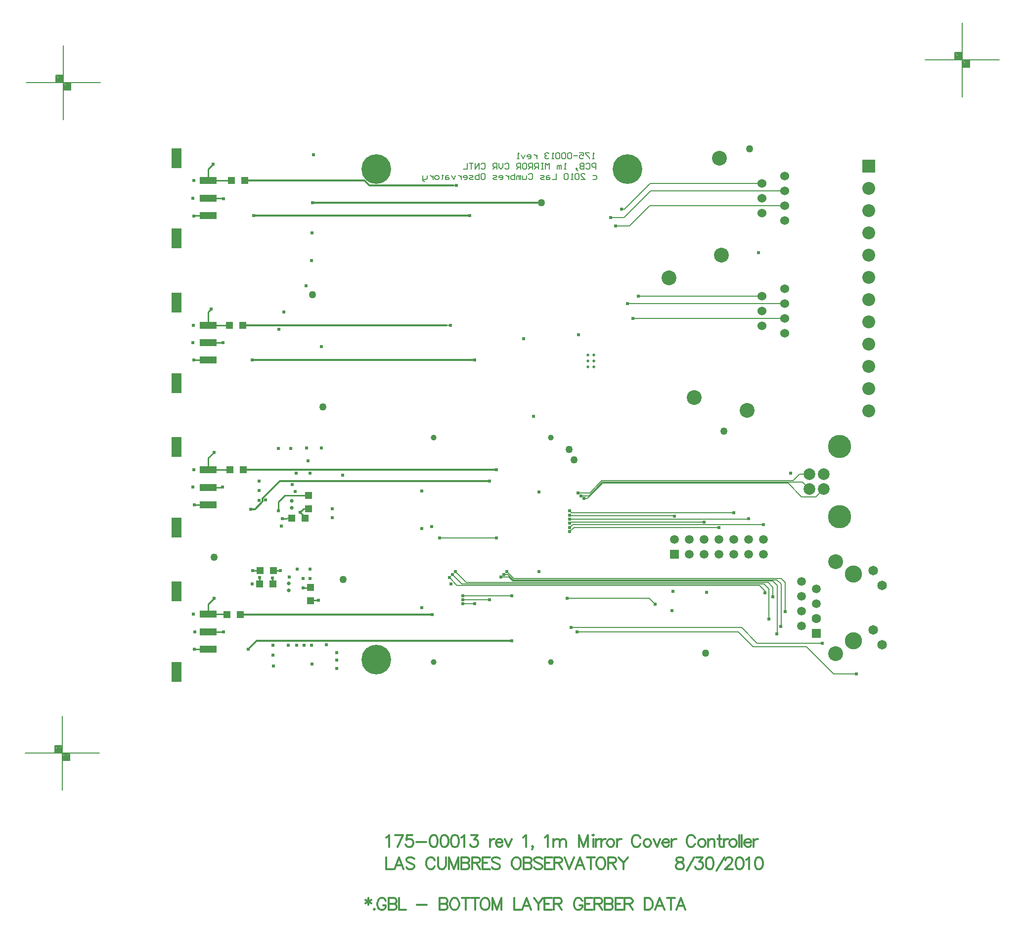
<source format=gbl>
%FSLAX23Y23*%
%MOIN*%
G70*
G01*
G75*
G04 Layer_Physical_Order=8*
G04 Layer_Color=16711680*
%ADD10R,0.070X0.135*%
%ADD11R,0.135X0.070*%
%ADD12R,0.050X0.050*%
%ADD13O,0.028X0.098*%
%ADD14R,0.085X0.138*%
%ADD15R,0.085X0.043*%
%ADD16R,0.085X0.043*%
%ADD17R,0.078X0.048*%
%ADD18R,0.094X0.130*%
%ADD19R,0.050X0.050*%
%ADD20R,0.087X0.059*%
%ADD21O,0.024X0.010*%
%ADD22R,0.065X0.094*%
%ADD23R,0.035X0.053*%
%ADD24R,0.053X0.053*%
%ADD25R,0.063X0.075*%
%ADD26O,0.027X0.010*%
%ADD27R,0.036X0.036*%
%ADD28R,0.079X0.209*%
%ADD29R,0.115X0.050*%
%ADD30R,0.065X0.135*%
%ADD31R,0.098X0.268*%
%ADD32R,0.025X0.100*%
%ADD33R,0.057X0.012*%
%ADD34R,0.025X0.185*%
%ADD35C,0.008*%
%ADD36C,0.012*%
%ADD37C,0.010*%
%ADD38C,0.020*%
%ADD39C,0.005*%
%ADD40C,0.100*%
%ADD41C,0.030*%
%ADD42C,0.050*%
%ADD43C,0.025*%
%ADD44C,0.012*%
%ADD45C,0.012*%
%ADD46C,0.020*%
%ADD47R,0.059X0.059*%
%ADD48C,0.059*%
%ADD49C,0.087*%
%ADD50R,0.087X0.087*%
%ADD51C,0.079*%
%ADD52C,0.157*%
%ADD53C,0.060*%
%ADD54C,0.039*%
%ADD55C,0.200*%
%ADD56C,0.059*%
%ADD57R,0.059X0.059*%
%ADD58C,0.063*%
%ADD59C,0.116*%
%ADD60C,0.065*%
%ADD61C,0.100*%
%ADD62C,0.024*%
%ADD63C,0.026*%
%ADD64C,0.050*%
%ADD65C,0.040*%
%ADD66C,0.075*%
%ADD67C,0.087*%
%ADD68C,0.076*%
%ADD69C,0.131*%
%ADD70C,0.070*%
G04:AMPARAMS|DCode=71|XSize=90mil|YSize=90mil|CornerRadius=0mil|HoleSize=0mil|Usage=FLASHONLY|Rotation=0.000|XOffset=0mil|YOffset=0mil|HoleType=Round|Shape=Relief|Width=10mil|Gap=10mil|Entries=4|*
%AMTHD71*
7,0,0,0.090,0.070,0.010,45*
%
%ADD71THD71*%
%ADD72C,0.080*%
%ADD73C,0.131*%
%ADD74C,0.075*%
%ADD75C,0.168*%
%ADD76C,0.080*%
%ADD77C,0.103*%
G04:AMPARAMS|DCode=78|XSize=110mil|YSize=110mil|CornerRadius=0mil|HoleSize=0mil|Usage=FLASHONLY|Rotation=0.000|XOffset=0mil|YOffset=0mil|HoleType=Round|Shape=Relief|Width=10mil|Gap=10mil|Entries=4|*
%AMTHD78*
7,0,0,0.110,0.090,0.010,45*
%
%ADD78THD78*%
G04:AMPARAMS|DCode=79|XSize=70mil|YSize=70mil|CornerRadius=0mil|HoleSize=0mil|Usage=FLASHONLY|Rotation=0.000|XOffset=0mil|YOffset=0mil|HoleType=Round|Shape=Relief|Width=10mil|Gap=10mil|Entries=4|*
%AMTHD79*
7,0,0,0.070,0.050,0.010,45*
%
%ADD79THD79*%
%ADD80C,0.053*%
G04:AMPARAMS|DCode=81|XSize=120mil|YSize=120mil|CornerRadius=0mil|HoleSize=0mil|Usage=FLASHONLY|Rotation=0.000|XOffset=0mil|YOffset=0mil|HoleType=Round|Shape=Relief|Width=10mil|Gap=10mil|Entries=4|*
%AMTHD81*
7,0,0,0.120,0.100,0.010,45*
%
%ADD81THD81*%
%ADD82C,0.068*%
G04:AMPARAMS|DCode=83|XSize=95.433mil|YSize=95.433mil|CornerRadius=0mil|HoleSize=0mil|Usage=FLASHONLY|Rotation=0.000|XOffset=0mil|YOffset=0mil|HoleType=Round|Shape=Relief|Width=10mil|Gap=10mil|Entries=4|*
%AMTHD83*
7,0,0,0.095,0.075,0.010,45*
%
%ADD83THD83*%
G04:AMPARAMS|DCode=84|XSize=107.244mil|YSize=107.244mil|CornerRadius=0mil|HoleSize=0mil|Usage=FLASHONLY|Rotation=0.000|XOffset=0mil|YOffset=0mil|HoleType=Round|Shape=Relief|Width=10mil|Gap=10mil|Entries=4|*
%AMTHD84*
7,0,0,0.107,0.087,0.010,45*
%
%ADD84THD84*%
G04:AMPARAMS|DCode=85|XSize=96.221mil|YSize=96.221mil|CornerRadius=0mil|HoleSize=0mil|Usage=FLASHONLY|Rotation=0.000|XOffset=0mil|YOffset=0mil|HoleType=Round|Shape=Relief|Width=10mil|Gap=10mil|Entries=4|*
%AMTHD85*
7,0,0,0.096,0.076,0.010,45*
%
%ADD85THD85*%
G04:AMPARAMS|DCode=86|XSize=150.551mil|YSize=150.551mil|CornerRadius=0mil|HoleSize=0mil|Usage=FLASHONLY|Rotation=0.000|XOffset=0mil|YOffset=0mil|HoleType=Round|Shape=Relief|Width=10mil|Gap=10mil|Entries=4|*
%AMTHD86*
7,0,0,0.151,0.131,0.010,45*
%
%ADD86THD86*%
G04:AMPARAMS|DCode=87|XSize=100mil|YSize=100mil|CornerRadius=0mil|HoleSize=0mil|Usage=FLASHONLY|Rotation=0.000|XOffset=0mil|YOffset=0mil|HoleType=Round|Shape=Relief|Width=10mil|Gap=10mil|Entries=4|*
%AMTHD87*
7,0,0,0.100,0.080,0.010,45*
%
%ADD87THD87*%
G04:AMPARAMS|DCode=88|XSize=123mil|YSize=123mil|CornerRadius=0mil|HoleSize=0mil|Usage=FLASHONLY|Rotation=0.000|XOffset=0mil|YOffset=0mil|HoleType=Round|Shape=Relief|Width=10mil|Gap=10mil|Entries=4|*
%AMTHD88*
7,0,0,0.123,0.103,0.010,45*
%
%ADD88THD88*%
%ADD89C,0.090*%
G04:AMPARAMS|DCode=90|XSize=72.992mil|YSize=72.992mil|CornerRadius=0mil|HoleSize=0mil|Usage=FLASHONLY|Rotation=0.000|XOffset=0mil|YOffset=0mil|HoleType=Round|Shape=Relief|Width=10mil|Gap=10mil|Entries=4|*
%AMTHD90*
7,0,0,0.073,0.053,0.010,45*
%
%ADD90THD90*%
G04:AMPARAMS|DCode=91|XSize=88mil|YSize=88mil|CornerRadius=0mil|HoleSize=0mil|Usage=FLASHONLY|Rotation=0.000|XOffset=0mil|YOffset=0mil|HoleType=Round|Shape=Relief|Width=10mil|Gap=10mil|Entries=4|*
%AMTHD91*
7,0,0,0.088,0.068,0.010,45*
%
%ADD91THD91*%
D12*
X12461Y12983D02*
D03*
X12551D02*
D03*
X12475Y13959D02*
D03*
X12565D02*
D03*
X12465Y12009D02*
D03*
X12555D02*
D03*
X12445Y11034D02*
D03*
X12535D02*
D03*
X12757Y11328D02*
D03*
X12667D02*
D03*
X12662Y11240D02*
D03*
X12752D02*
D03*
X12970Y11682D02*
D03*
X12880D02*
D03*
D19*
X13007Y11125D02*
D03*
Y11215D02*
D03*
X12995Y11837D02*
D03*
Y11747D02*
D03*
D29*
X12318Y13958D02*
D03*
Y13840D02*
D03*
Y13722D02*
D03*
Y12984D02*
D03*
Y12866D02*
D03*
Y12748D02*
D03*
Y12009D02*
D03*
Y11891D02*
D03*
Y11773D02*
D03*
Y11035D02*
D03*
Y10917D02*
D03*
Y10799D02*
D03*
D30*
X12102Y14111D02*
D03*
Y13569D02*
D03*
Y13137D02*
D03*
Y12594D02*
D03*
Y12162D02*
D03*
Y11620D02*
D03*
Y11188D02*
D03*
Y10646D02*
D03*
D35*
X14034Y11105D02*
X14112D01*
X14214Y11133D02*
X14215Y11134D01*
X14034Y11133D02*
X14214D01*
X14361Y11161D02*
X14362Y11160D01*
X14034Y11161D02*
X14361D01*
X13925Y12983D02*
X13950D01*
X13970Y13927D02*
X13990D01*
X13878Y11551D02*
X14260D01*
X15289Y11144D02*
X15329Y11104D01*
X14738Y11144D02*
X15289D01*
X15181Y13030D02*
X16202D01*
X15181Y13029D02*
X15181Y13030D01*
X15144Y13130D02*
X16202D01*
X15143Y13128D02*
X15144Y13130D01*
X15219Y13180D02*
X16049D01*
X15218Y13180D02*
X15219Y13180D01*
X15293Y13790D02*
X16202D01*
X15156Y13652D02*
X15293Y13790D01*
X15065Y13652D02*
X15156D01*
X15300Y13890D02*
X16202D01*
X15121Y13710D02*
X15300Y13890D01*
X15029Y13710D02*
X15121D01*
X15297Y13940D02*
X16049D01*
X15124Y13766D02*
X15297Y13940D01*
X15102Y13766D02*
X15124D01*
X16018Y10840D02*
X16457D01*
X15912Y10946D02*
X16018Y10840D01*
X14764Y10946D02*
X15912D01*
X16532Y10634D02*
X16688D01*
X16349Y10817D02*
X16532Y10634D01*
X15989Y10817D02*
X16349D01*
X14805Y10917D02*
X15889D01*
X15989Y10817D01*
X14919Y14106D02*
X14906D01*
X14912D01*
Y14146D01*
X14919Y14140D01*
X14886Y14146D02*
X14859D01*
Y14140D01*
X14886Y14113D01*
Y14106D01*
X14819Y14146D02*
X14846D01*
Y14126D01*
X14832Y14133D01*
X14826D01*
X14819Y14126D01*
Y14113D01*
X14826Y14106D01*
X14839D01*
X14846Y14113D01*
X14806Y14126D02*
X14779D01*
X14766Y14140D02*
X14759Y14146D01*
X14746D01*
X14739Y14140D01*
Y14113D01*
X14746Y14106D01*
X14759D01*
X14766Y14113D01*
Y14140D01*
X14726D02*
X14719Y14146D01*
X14706D01*
X14699Y14140D01*
Y14113D01*
X14706Y14106D01*
X14719D01*
X14726Y14113D01*
Y14140D01*
X14686D02*
X14679Y14146D01*
X14666D01*
X14659Y14140D01*
Y14113D01*
X14666Y14106D01*
X14679D01*
X14686Y14113D01*
Y14140D01*
X14646Y14106D02*
X14632D01*
X14639D01*
Y14146D01*
X14646Y14140D01*
X14612D02*
X14606Y14146D01*
X14592D01*
X14586Y14140D01*
Y14133D01*
X14592Y14126D01*
X14599D01*
X14592D01*
X14586Y14120D01*
Y14113D01*
X14592Y14106D01*
X14606D01*
X14612Y14113D01*
X14532Y14133D02*
Y14106D01*
Y14120D01*
X14526Y14126D01*
X14519Y14133D01*
X14512D01*
X14473Y14106D02*
X14486D01*
X14493Y14113D01*
Y14126D01*
X14486Y14133D01*
X14473D01*
X14466Y14126D01*
Y14120D01*
X14493D01*
X14453Y14133D02*
X14439Y14106D01*
X14426Y14133D01*
X14413Y14106D02*
X14399D01*
X14406D01*
Y14146D01*
X14413Y14140D01*
X14929Y14035D02*
Y14075D01*
X14909D01*
X14902Y14069D01*
Y14055D01*
X14909Y14049D01*
X14929D01*
X14862Y14069D02*
X14869Y14075D01*
X14882D01*
X14889Y14069D01*
Y14042D01*
X14882Y14035D01*
X14869D01*
X14862Y14042D01*
X14849Y14075D02*
Y14035D01*
X14829D01*
X14822Y14042D01*
Y14049D01*
X14829Y14055D01*
X14849D01*
X14829D01*
X14822Y14062D01*
Y14069D01*
X14829Y14075D01*
X14849D01*
X14802Y14029D02*
X14796Y14035D01*
Y14042D01*
X14802D01*
Y14035D01*
X14796D01*
X14802Y14029D01*
X14809Y14022D01*
X14729Y14035D02*
X14716D01*
X14722D01*
Y14075D01*
X14729Y14069D01*
X14696Y14035D02*
Y14062D01*
X14689D01*
X14682Y14055D01*
Y14035D01*
Y14055D01*
X14676Y14062D01*
X14669Y14055D01*
Y14035D01*
X14616D02*
Y14075D01*
X14602Y14062D01*
X14589Y14075D01*
Y14035D01*
X14576Y14075D02*
X14562D01*
X14569D01*
Y14035D01*
X14576D01*
X14562D01*
X14542D02*
Y14075D01*
X14522D01*
X14516Y14069D01*
Y14055D01*
X14522Y14049D01*
X14542D01*
X14529D02*
X14516Y14035D01*
X14503D02*
Y14075D01*
X14483D01*
X14476Y14069D01*
Y14055D01*
X14483Y14049D01*
X14503D01*
X14489D02*
X14476Y14035D01*
X14443Y14075D02*
X14456D01*
X14463Y14069D01*
Y14042D01*
X14456Y14035D01*
X14443D01*
X14436Y14042D01*
Y14069D01*
X14443Y14075D01*
X14423Y14035D02*
Y14075D01*
X14403D01*
X14396Y14069D01*
Y14055D01*
X14403Y14049D01*
X14423D01*
X14409D02*
X14396Y14035D01*
X14316Y14069D02*
X14323Y14075D01*
X14336D01*
X14343Y14069D01*
Y14042D01*
X14336Y14035D01*
X14323D01*
X14316Y14042D01*
X14303Y14075D02*
Y14049D01*
X14289Y14035D01*
X14276Y14049D01*
Y14075D01*
X14263Y14035D02*
Y14075D01*
X14243D01*
X14236Y14069D01*
Y14055D01*
X14243Y14049D01*
X14263D01*
X14249D02*
X14236Y14035D01*
X14156Y14069D02*
X14163Y14075D01*
X14176D01*
X14183Y14069D01*
Y14042D01*
X14176Y14035D01*
X14163D01*
X14156Y14042D01*
X14143Y14035D02*
Y14075D01*
X14116Y14035D01*
Y14075D01*
X14103D02*
X14076D01*
X14089D01*
Y14035D01*
X14063Y14075D02*
Y14035D01*
X14036D01*
X14911Y13994D02*
X14931D01*
X14938Y13987D01*
Y13974D01*
X14931Y13967D01*
X14911D01*
X14831D02*
X14858D01*
X14831Y13994D01*
Y14001D01*
X14838Y14007D01*
X14851D01*
X14858Y14001D01*
X14818D02*
X14811Y14007D01*
X14798D01*
X14791Y14001D01*
Y13974D01*
X14798Y13967D01*
X14811D01*
X14818Y13974D01*
Y14001D01*
X14778Y13967D02*
X14765D01*
X14771D01*
Y14007D01*
X14778Y14001D01*
X14745D02*
X14738Y14007D01*
X14725D01*
X14718Y14001D01*
Y13974D01*
X14725Y13967D01*
X14738D01*
X14745Y13974D01*
Y14001D01*
X14665Y14007D02*
Y13967D01*
X14638D01*
X14618Y13994D02*
X14605D01*
X14598Y13987D01*
Y13967D01*
X14618D01*
X14625Y13974D01*
X14618Y13981D01*
X14598D01*
X14585Y13967D02*
X14565D01*
X14558Y13974D01*
X14565Y13981D01*
X14578D01*
X14585Y13987D01*
X14578Y13994D01*
X14558D01*
X14478Y14001D02*
X14485Y14007D01*
X14498D01*
X14505Y14001D01*
Y13974D01*
X14498Y13967D01*
X14485D01*
X14478Y13974D01*
X14465Y13994D02*
Y13974D01*
X14458Y13967D01*
X14438D01*
Y13994D01*
X14425Y13967D02*
Y13994D01*
X14418D01*
X14412Y13987D01*
Y13967D01*
Y13987D01*
X14405Y13994D01*
X14398Y13987D01*
Y13967D01*
X14385Y14007D02*
Y13967D01*
X14365D01*
X14358Y13974D01*
Y13981D01*
Y13987D01*
X14365Y13994D01*
X14385D01*
X14345D02*
Y13967D01*
Y13981D01*
X14338Y13987D01*
X14332Y13994D01*
X14325D01*
X14285Y13967D02*
X14298D01*
X14305Y13974D01*
Y13987D01*
X14298Y13994D01*
X14285D01*
X14278Y13987D01*
Y13981D01*
X14305D01*
X14265Y13967D02*
X14245D01*
X14238Y13974D01*
X14245Y13981D01*
X14258D01*
X14265Y13987D01*
X14258Y13994D01*
X14238D01*
X14165Y14007D02*
X14178D01*
X14185Y14001D01*
Y13974D01*
X14178Y13967D01*
X14165D01*
X14158Y13974D01*
Y14001D01*
X14165Y14007D01*
X14145D02*
Y13967D01*
X14125D01*
X14118Y13974D01*
Y13981D01*
Y13987D01*
X14125Y13994D01*
X14145D01*
X14105Y13967D02*
X14085D01*
X14078Y13974D01*
X14085Y13981D01*
X14098D01*
X14105Y13987D01*
X14098Y13994D01*
X14078D01*
X14045Y13967D02*
X14058D01*
X14065Y13974D01*
Y13987D01*
X14058Y13994D01*
X14045D01*
X14038Y13987D01*
Y13981D01*
X14065D01*
X14025Y13994D02*
Y13967D01*
Y13981D01*
X14018Y13987D01*
X14012Y13994D01*
X14005D01*
X13985D02*
X13972Y13967D01*
X13958Y13994D01*
X13938D02*
X13925D01*
X13918Y13987D01*
Y13967D01*
X13938D01*
X13945Y13974D01*
X13938Y13981D01*
X13918D01*
X13898Y14001D02*
Y13994D01*
X13905D01*
X13892D01*
X13898D01*
Y13974D01*
X13892Y13967D01*
X13865D02*
X13852D01*
X13845Y13974D01*
Y13987D01*
X13852Y13994D01*
X13865D01*
X13872Y13987D01*
Y13974D01*
X13865Y13967D01*
X13832Y13994D02*
Y13967D01*
Y13981D01*
X13825Y13987D01*
X13818Y13994D01*
X13812D01*
X13792D02*
Y13974D01*
X13785Y13967D01*
X13765D01*
Y13961D01*
X13772Y13954D01*
X13778D01*
X13765Y13967D02*
Y13994D01*
X17370Y14798D02*
X17380D01*
X17370Y14793D02*
Y14803D01*
Y14793D02*
X17380Y14793D01*
X17380Y14803D01*
X17370D02*
X17380D01*
X17365Y14788D02*
Y14803D01*
Y14788D02*
X17385D01*
Y14808D01*
X17365Y14808D02*
X17385Y14808D01*
X17360Y14783D02*
Y14808D01*
Y14783D02*
X17390D01*
Y14813D01*
X17360D02*
X17390D01*
X17355Y14778D02*
Y14818D01*
Y14778D02*
X17395D01*
Y14818D01*
X17355D02*
X17395D01*
X17420Y14748D02*
X17430D01*
X17420Y14743D02*
X17420Y14753D01*
X17420Y14743D02*
X17430D01*
Y14753D01*
X17420Y14753D02*
X17430Y14753D01*
X17415Y14738D02*
Y14753D01*
Y14738D02*
X17435Y14738D01*
X17435Y14758D02*
X17435Y14738D01*
X17415Y14758D02*
X17435D01*
X17410Y14733D02*
Y14758D01*
Y14733D02*
X17440D01*
Y14763D01*
X17410D02*
X17440D01*
X17405Y14728D02*
Y14768D01*
Y14728D02*
X17445D01*
Y14768D01*
X17405D02*
X17445D01*
X17400Y14723D02*
X17450Y14723D01*
X17450Y14773D02*
X17450Y14723D01*
X17350Y14823D02*
X17400Y14823D01*
X17350Y14823D02*
X17350Y14773D01*
X17400Y14523D02*
Y15023D01*
X17150Y14773D02*
X17650D01*
X11302Y10123D02*
X11312D01*
X11302Y10118D02*
Y10128D01*
Y10118D02*
X11312D01*
Y10128D01*
X11302D02*
X11312D01*
X11297Y10113D02*
Y10128D01*
Y10113D02*
X11317D01*
Y10133D01*
X11297D02*
X11317D01*
X11292Y10108D02*
Y10133D01*
Y10108D02*
X11322D01*
Y10138D01*
X11292D02*
X11322D01*
X11287Y10103D02*
Y10143D01*
Y10103D02*
X11327D01*
Y10143D01*
X11287D02*
X11327D01*
X11352Y10073D02*
X11362D01*
X11352Y10068D02*
Y10078D01*
Y10068D02*
X11362D01*
Y10078D01*
X11352D02*
X11362D01*
X11347Y10063D02*
Y10078D01*
Y10063D02*
X11367D01*
Y10083D01*
X11347D02*
X11367D01*
X11342Y10058D02*
Y10083D01*
Y10058D02*
X11372D01*
Y10088D01*
X11342D02*
X11372D01*
X11337Y10053D02*
Y10093D01*
Y10053D02*
X11377D01*
Y10093D01*
X11337D02*
X11377D01*
X11332Y10048D02*
X11382D01*
Y10098D01*
X11282Y10148D02*
X11332D01*
X11282Y10098D02*
Y10148D01*
X11332Y9848D02*
Y10348D01*
X11082Y10098D02*
X11582D01*
X11311Y14643D02*
X11321D01*
X11311Y14638D02*
Y14648D01*
Y14638D02*
X11321D01*
Y14648D01*
X11311D02*
X11321D01*
X11306Y14633D02*
Y14648D01*
Y14633D02*
X11326D01*
Y14653D01*
X11306D02*
X11326D01*
X11301Y14628D02*
Y14653D01*
Y14628D02*
X11331D01*
Y14658D01*
X11301D02*
X11331D01*
X11296Y14623D02*
Y14663D01*
Y14623D02*
X11336D01*
Y14663D01*
X11296D02*
X11336D01*
X11361Y14593D02*
X11371D01*
X11361Y14588D02*
Y14598D01*
Y14588D02*
X11371D01*
Y14598D01*
X11361D02*
X11371D01*
X11356Y14583D02*
Y14598D01*
Y14583D02*
X11376D01*
Y14603D01*
X11356D02*
X11376D01*
X11351Y14578D02*
Y14603D01*
Y14578D02*
X11381D01*
Y14608D01*
X11351D02*
X11381D01*
X11346Y14573D02*
Y14613D01*
Y14573D02*
X11386D01*
Y14613D01*
X11346D02*
X11386D01*
X11341Y14568D02*
X11391D01*
Y14618D01*
X11291Y14668D02*
X11341D01*
X11291Y14618D02*
Y14668D01*
X11341Y14368D02*
Y14868D01*
X11091Y14618D02*
X11591D01*
D36*
X12801Y11933D02*
X14215D01*
X13371Y13959D02*
X13404Y13927D01*
X12565Y13959D02*
X13371D01*
X12625Y13722D02*
X14079Y13723D01*
X12615Y12750D02*
X14112D01*
X12555Y12009D02*
X14260D01*
X12683Y11815D02*
X12801Y11933D01*
X12683Y11795D02*
Y11815D01*
X12633Y11744D02*
X12683Y11795D01*
X12602Y11744D02*
X12633D01*
X12644Y10856D02*
X14366D01*
X12587Y10799D02*
X12644Y10856D01*
X12551Y12983D02*
X13925D01*
X13404Y13927D02*
X13970D01*
X12535Y11034D02*
X13827D01*
X13021Y13808D02*
X14565D01*
X13518Y9531D02*
X13526Y9535D01*
X13537Y9546D01*
Y9466D01*
X13630Y9546D02*
X13592Y9466D01*
X13577Y9546D02*
X13630D01*
X13694D02*
X13656D01*
X13652Y9512D01*
X13656Y9516D01*
X13667Y9520D01*
X13679D01*
X13690Y9516D01*
X13698Y9508D01*
X13701Y9497D01*
Y9489D01*
X13698Y9478D01*
X13690Y9470D01*
X13679Y9466D01*
X13667D01*
X13656Y9470D01*
X13652Y9474D01*
X13648Y9482D01*
X13719Y9501D02*
X13788D01*
X13834Y9546D02*
X13823Y9543D01*
X13815Y9531D01*
X13811Y9512D01*
Y9501D01*
X13815Y9482D01*
X13823Y9470D01*
X13834Y9466D01*
X13842D01*
X13853Y9470D01*
X13861Y9482D01*
X13865Y9501D01*
Y9512D01*
X13861Y9531D01*
X13853Y9543D01*
X13842Y9546D01*
X13834D01*
X13906D02*
X13894Y9543D01*
X13886Y9531D01*
X13883Y9512D01*
Y9501D01*
X13886Y9482D01*
X13894Y9470D01*
X13906Y9466D01*
X13913D01*
X13925Y9470D01*
X13932Y9482D01*
X13936Y9501D01*
Y9512D01*
X13932Y9531D01*
X13925Y9543D01*
X13913Y9546D01*
X13906D01*
X13977D02*
X13965Y9543D01*
X13958Y9531D01*
X13954Y9512D01*
Y9501D01*
X13958Y9482D01*
X13965Y9470D01*
X13977Y9466D01*
X13984D01*
X13996Y9470D01*
X14003Y9482D01*
X14007Y9501D01*
Y9512D01*
X14003Y9531D01*
X13996Y9543D01*
X13984Y9546D01*
X13977D01*
X14025Y9531D02*
X14033Y9535D01*
X14044Y9546D01*
Y9466D01*
X14091Y9546D02*
X14133D01*
X14110Y9516D01*
X14122D01*
X14129Y9512D01*
X14133Y9508D01*
X14137Y9497D01*
Y9489D01*
X14133Y9478D01*
X14126Y9470D01*
X14114Y9466D01*
X14103D01*
X14091Y9470D01*
X14088Y9474D01*
X14084Y9482D01*
X14218Y9520D02*
Y9466D01*
Y9497D02*
X14222Y9508D01*
X14229Y9516D01*
X14237Y9520D01*
X14248D01*
X14256Y9497D02*
X14301D01*
Y9504D01*
X14297Y9512D01*
X14294Y9516D01*
X14286Y9520D01*
X14275D01*
X14267Y9516D01*
X14259Y9508D01*
X14256Y9497D01*
Y9489D01*
X14259Y9478D01*
X14267Y9470D01*
X14275Y9466D01*
X14286D01*
X14294Y9470D01*
X14301Y9478D01*
X14318Y9520D02*
X14341Y9466D01*
X14364Y9520D02*
X14341Y9466D01*
X14440Y9531D02*
X14447Y9535D01*
X14459Y9546D01*
Y9466D01*
X14506Y9470D02*
X14502Y9466D01*
X14499Y9470D01*
X14502Y9474D01*
X14506Y9470D01*
Y9463D01*
X14502Y9455D01*
X14499Y9451D01*
X14587Y9531D02*
X14594Y9535D01*
X14606Y9546D01*
Y9466D01*
X14645Y9520D02*
Y9466D01*
Y9504D02*
X14657Y9516D01*
X14664Y9520D01*
X14676D01*
X14683Y9516D01*
X14687Y9504D01*
Y9466D01*
Y9504D02*
X14698Y9516D01*
X14706Y9520D01*
X14718D01*
X14725Y9516D01*
X14729Y9504D01*
Y9466D01*
X14817Y9546D02*
Y9466D01*
Y9546D02*
X14847Y9466D01*
X14878Y9546D02*
X14847Y9466D01*
X14878Y9546D02*
Y9466D01*
X14908Y9546D02*
X14912Y9543D01*
X14916Y9546D01*
X14912Y9550D01*
X14908Y9546D01*
X14912Y9520D02*
Y9466D01*
X14930Y9520D02*
Y9466D01*
Y9497D02*
X14934Y9508D01*
X14941Y9516D01*
X14949Y9520D01*
X14961D01*
X14968D02*
Y9466D01*
Y9497D02*
X14972Y9508D01*
X14979Y9516D01*
X14987Y9520D01*
X14998D01*
X15025D02*
X15017Y9516D01*
X15009Y9508D01*
X15005Y9497D01*
Y9489D01*
X15009Y9478D01*
X15017Y9470D01*
X15025Y9466D01*
X15036D01*
X15044Y9470D01*
X15051Y9478D01*
X15055Y9489D01*
Y9497D01*
X15051Y9508D01*
X15044Y9516D01*
X15036Y9520D01*
X15025D01*
X15073D02*
Y9466D01*
Y9497D02*
X15076Y9508D01*
X15084Y9516D01*
X15092Y9520D01*
X15103D01*
X15230Y9527D02*
X15226Y9535D01*
X15219Y9543D01*
X15211Y9546D01*
X15196D01*
X15188Y9543D01*
X15181Y9535D01*
X15177Y9527D01*
X15173Y9516D01*
Y9497D01*
X15177Y9485D01*
X15181Y9478D01*
X15188Y9470D01*
X15196Y9466D01*
X15211D01*
X15219Y9470D01*
X15226Y9478D01*
X15230Y9485D01*
X15272Y9520D02*
X15264Y9516D01*
X15256Y9508D01*
X15253Y9497D01*
Y9489D01*
X15256Y9478D01*
X15264Y9470D01*
X15272Y9466D01*
X15283D01*
X15291Y9470D01*
X15298Y9478D01*
X15302Y9489D01*
Y9497D01*
X15298Y9508D01*
X15291Y9516D01*
X15283Y9520D01*
X15272D01*
X15320D02*
X15343Y9466D01*
X15365Y9520D02*
X15343Y9466D01*
X15378Y9497D02*
X15424D01*
Y9504D01*
X15420Y9512D01*
X15416Y9516D01*
X15409Y9520D01*
X15397D01*
X15390Y9516D01*
X15382Y9508D01*
X15378Y9497D01*
Y9489D01*
X15382Y9478D01*
X15390Y9470D01*
X15397Y9466D01*
X15409D01*
X15416Y9470D01*
X15424Y9478D01*
X15441Y9520D02*
Y9466D01*
Y9497D02*
X15445Y9508D01*
X15453Y9516D01*
X15460Y9520D01*
X15472D01*
X15599Y9527D02*
X15595Y9535D01*
X15587Y9543D01*
X15580Y9546D01*
X15565D01*
X15557Y9543D01*
X15549Y9535D01*
X15546Y9527D01*
X15542Y9516D01*
Y9497D01*
X15546Y9485D01*
X15549Y9478D01*
X15557Y9470D01*
X15565Y9466D01*
X15580D01*
X15587Y9470D01*
X15595Y9478D01*
X15599Y9485D01*
X15640Y9520D02*
X15633Y9516D01*
X15625Y9508D01*
X15621Y9497D01*
Y9489D01*
X15625Y9478D01*
X15633Y9470D01*
X15640Y9466D01*
X15652D01*
X15659Y9470D01*
X15667Y9478D01*
X15671Y9489D01*
Y9497D01*
X15667Y9508D01*
X15659Y9516D01*
X15652Y9520D01*
X15640D01*
X15688D02*
Y9466D01*
Y9504D02*
X15700Y9516D01*
X15707Y9520D01*
X15719D01*
X15726Y9516D01*
X15730Y9504D01*
Y9466D01*
X15763Y9546D02*
Y9482D01*
X15766Y9470D01*
X15774Y9466D01*
X15782D01*
X15751Y9520D02*
X15778D01*
X15793D02*
Y9466D01*
Y9497D02*
X15797Y9508D01*
X15805Y9516D01*
X15812Y9520D01*
X15824D01*
X15850D02*
X15842Y9516D01*
X15835Y9508D01*
X15831Y9497D01*
Y9489D01*
X15835Y9478D01*
X15842Y9470D01*
X15850Y9466D01*
X15861D01*
X15869Y9470D01*
X15877Y9478D01*
X15880Y9489D01*
Y9497D01*
X15877Y9508D01*
X15869Y9516D01*
X15861Y9520D01*
X15850D01*
X15898Y9546D02*
Y9466D01*
X15915Y9546D02*
Y9466D01*
X15931Y9497D02*
X15977D01*
Y9504D01*
X15973Y9512D01*
X15969Y9516D01*
X15962Y9520D01*
X15950D01*
X15943Y9516D01*
X15935Y9508D01*
X15931Y9497D01*
Y9489D01*
X15935Y9478D01*
X15943Y9470D01*
X15950Y9466D01*
X15962D01*
X15969Y9470D01*
X15977Y9478D01*
X15994Y9520D02*
Y9466D01*
Y9497D02*
X15998Y9508D01*
X16006Y9516D01*
X16013Y9520D01*
X16025D01*
D37*
X12417Y13840D02*
X12421Y13836D01*
X12318Y13840D02*
X12417D01*
X12414Y12866D02*
X12416Y12867D01*
X12318Y12866D02*
X12414D01*
X12412Y11891D02*
X12414Y11893D01*
X12318Y11891D02*
X12412D01*
X12219Y12748D02*
X12220Y12748D01*
X12318D01*
Y14036D02*
X12351Y14069D01*
X12318Y13958D02*
Y14036D01*
X12474Y13958D02*
X12475Y13959D01*
X12318Y13958D02*
X12474D01*
X12219Y13721D02*
X12220Y13722D01*
X12318D01*
Y13074D02*
X12338Y13094D01*
X12318Y12984D02*
Y13074D01*
Y12984D02*
X12461D01*
X12318Y12089D02*
X12356Y12127D01*
X12318Y12009D02*
Y12089D01*
X12465Y12009D02*
X12465Y12009D01*
X12318Y12009D02*
X12465D01*
X12223Y11772D02*
X12224Y11773D01*
X12318D01*
Y11104D02*
X12357Y11143D01*
X12318Y11035D02*
Y11104D01*
X12225Y10799D02*
X12226Y10799D01*
X12318D01*
X12444Y11035D02*
X12445Y11034D01*
X12318Y11035D02*
X12444D01*
X12421Y10917D02*
X12422Y10916D01*
X12318Y10917D02*
X12421D01*
X12956Y11212D02*
X13004D01*
X13010Y11128D02*
X13060D01*
X12757Y11328D02*
X12803D01*
X12804Y11329D01*
X12618Y11330D02*
X12665D01*
X13004Y11212D02*
X13007Y11215D01*
Y11125D02*
X13010Y11128D01*
X12750Y11242D02*
Y11279D01*
Y11242D02*
X12752Y11240D01*
X12665Y11330D02*
X12667Y11328D01*
X12662Y11240D02*
Y11282D01*
X12663Y11283D01*
X12936Y11724D02*
X12970Y11690D01*
X12789Y11794D02*
X12832Y11837D01*
X12995D01*
X12936Y11724D02*
X12959Y11747D01*
X12995D01*
X12817Y11680D02*
X12880Y11682D01*
X12789Y11734D02*
Y11794D01*
X12970Y11682D02*
Y11690D01*
D39*
X14764Y11657D02*
X15660D01*
X14755Y11648D02*
X14764Y11657D01*
X14761Y11698D02*
X15460D01*
X14755Y11704D02*
X14761Y11698D01*
X14766Y11721D02*
X15860D01*
X14755Y11732D02*
X14766Y11721D01*
X14782Y11619D02*
X15760D01*
X14755Y11592D02*
X14782Y11619D01*
X14773Y11638D02*
X16060D01*
X14755Y11620D02*
X14773Y11638D01*
X14755Y11676D02*
X15960D01*
X16303Y11979D02*
X16369D01*
X16260Y11936D02*
X16303Y11979D01*
X14971Y11936D02*
X16260D01*
X16414Y11827D02*
X16467Y11880D01*
X16318Y11827D02*
X16414D01*
X16227Y11918D02*
X16318Y11827D01*
X16322Y11927D02*
X16369Y11880D01*
X14974Y11927D02*
X16322D01*
X14889Y11854D02*
X14971Y11936D01*
X14882Y11834D02*
X14974Y11927D01*
X14874Y11815D02*
X14978Y11918D01*
X16227D01*
X14810Y11854D02*
X14889D01*
X14830Y11834D02*
X14882D01*
X14850Y11815D02*
X14874D01*
X16151Y10904D02*
X16152Y10905D01*
Y11228D01*
X16097Y11004D02*
X16098Y11005D01*
Y11205D01*
X16206Y11055D02*
X16207Y11054D01*
X16206Y11055D02*
Y11250D01*
X16125Y11154D02*
Y11217D01*
X16071Y11178D02*
Y11194D01*
X14377Y11276D02*
X16180D01*
X16179Y10953D02*
Y11239D01*
X14373Y11267D02*
X16151D01*
X13995Y11231D02*
X16034D01*
X14026Y11240D02*
X16063D01*
X14056Y11249D02*
X16092D01*
X14370Y11258D02*
X16122D01*
X16180Y11276D02*
X16206Y11250D01*
X16151Y11267D02*
X16179Y11239D01*
X16122Y11258D02*
X16152Y11228D01*
X16092Y11249D02*
X16125Y11217D01*
X16063Y11240D02*
X16098Y11205D01*
X16034Y11231D02*
X16071Y11194D01*
X14329Y11324D02*
X14377Y11276D01*
X14336Y11304D02*
X14373Y11267D01*
X14343Y11285D02*
X14370Y11258D01*
X14289Y11285D02*
X14343D01*
X14309Y11304D02*
X14336D01*
X14329Y11319D02*
Y11324D01*
X13944Y11282D02*
X13995Y11231D01*
X13964Y11302D02*
X14026Y11240D01*
X13984Y11322D02*
X14056Y11249D01*
D44*
X13397Y9122D02*
Y9076D01*
X13378Y9110D02*
X13416Y9087D01*
Y9110D02*
X13378Y9087D01*
X13437Y9049D02*
X13433Y9045D01*
X13437Y9042D01*
X13440Y9045D01*
X13437Y9049D01*
X13515Y9103D02*
X13511Y9110D01*
X13504Y9118D01*
X13496Y9122D01*
X13481D01*
X13473Y9118D01*
X13465Y9110D01*
X13462Y9103D01*
X13458Y9091D01*
Y9072D01*
X13462Y9061D01*
X13465Y9053D01*
X13473Y9045D01*
X13481Y9042D01*
X13496D01*
X13504Y9045D01*
X13511Y9053D01*
X13515Y9061D01*
Y9072D01*
X13496D02*
X13515D01*
X13533Y9122D02*
Y9042D01*
Y9122D02*
X13568D01*
X13579Y9118D01*
X13583Y9114D01*
X13587Y9106D01*
Y9099D01*
X13583Y9091D01*
X13579Y9087D01*
X13568Y9084D01*
X13533D02*
X13568D01*
X13579Y9080D01*
X13583Y9076D01*
X13587Y9068D01*
Y9057D01*
X13583Y9049D01*
X13579Y9045D01*
X13568Y9042D01*
X13533D01*
X13605Y9122D02*
Y9042D01*
X13650D01*
X13722Y9076D02*
X13790D01*
X13877Y9122D02*
Y9042D01*
Y9122D02*
X13911D01*
X13923Y9118D01*
X13926Y9114D01*
X13930Y9106D01*
Y9099D01*
X13926Y9091D01*
X13923Y9087D01*
X13911Y9084D01*
X13877D02*
X13911D01*
X13923Y9080D01*
X13926Y9076D01*
X13930Y9068D01*
Y9057D01*
X13926Y9049D01*
X13923Y9045D01*
X13911Y9042D01*
X13877D01*
X13971Y9122D02*
X13963Y9118D01*
X13956Y9110D01*
X13952Y9103D01*
X13948Y9091D01*
Y9072D01*
X13952Y9061D01*
X13956Y9053D01*
X13963Y9045D01*
X13971Y9042D01*
X13986D01*
X13994Y9045D01*
X14001Y9053D01*
X14005Y9061D01*
X14009Y9072D01*
Y9091D01*
X14005Y9103D01*
X14001Y9110D01*
X13994Y9118D01*
X13986Y9122D01*
X13971D01*
X14054D02*
Y9042D01*
X14028Y9122D02*
X14081D01*
X14117D02*
Y9042D01*
X14091Y9122D02*
X14144D01*
X14176D02*
X14169Y9118D01*
X14161Y9110D01*
X14157Y9103D01*
X14153Y9091D01*
Y9072D01*
X14157Y9061D01*
X14161Y9053D01*
X14169Y9045D01*
X14176Y9042D01*
X14191D01*
X14199Y9045D01*
X14207Y9053D01*
X14210Y9061D01*
X14214Y9072D01*
Y9091D01*
X14210Y9103D01*
X14207Y9110D01*
X14199Y9118D01*
X14191Y9122D01*
X14176D01*
X14233D02*
Y9042D01*
Y9122D02*
X14263Y9042D01*
X14294Y9122D02*
X14263Y9042D01*
X14294Y9122D02*
Y9042D01*
X14380Y9122D02*
Y9042D01*
X14425D01*
X14495D02*
X14465Y9122D01*
X14434Y9042D01*
X14445Y9068D02*
X14484D01*
X14514Y9122D02*
X14544Y9084D01*
Y9042D01*
X14575Y9122D02*
X14544Y9084D01*
X14634Y9122D02*
X14585D01*
Y9042D01*
X14634D01*
X14585Y9084D02*
X14615D01*
X14648Y9122D02*
Y9042D01*
Y9122D02*
X14682D01*
X14693Y9118D01*
X14697Y9114D01*
X14701Y9106D01*
Y9099D01*
X14697Y9091D01*
X14693Y9087D01*
X14682Y9084D01*
X14648D01*
X14674D02*
X14701Y9042D01*
X14839Y9103D02*
X14835Y9110D01*
X14827Y9118D01*
X14820Y9122D01*
X14805D01*
X14797Y9118D01*
X14789Y9110D01*
X14786Y9103D01*
X14782Y9091D01*
Y9072D01*
X14786Y9061D01*
X14789Y9053D01*
X14797Y9045D01*
X14805Y9042D01*
X14820D01*
X14827Y9045D01*
X14835Y9053D01*
X14839Y9061D01*
Y9072D01*
X14820D02*
X14839D01*
X14907Y9122D02*
X14857D01*
Y9042D01*
X14907D01*
X14857Y9084D02*
X14888D01*
X14920Y9122D02*
Y9042D01*
Y9122D02*
X14954D01*
X14966Y9118D01*
X14970Y9114D01*
X14973Y9106D01*
Y9099D01*
X14970Y9091D01*
X14966Y9087D01*
X14954Y9084D01*
X14920D01*
X14947D02*
X14973Y9042D01*
X14991Y9122D02*
Y9042D01*
Y9122D02*
X15026D01*
X15037Y9118D01*
X15041Y9114D01*
X15045Y9106D01*
Y9099D01*
X15041Y9091D01*
X15037Y9087D01*
X15026Y9084D01*
X14991D02*
X15026D01*
X15037Y9080D01*
X15041Y9076D01*
X15045Y9068D01*
Y9057D01*
X15041Y9049D01*
X15037Y9045D01*
X15026Y9042D01*
X14991D01*
X15112Y9122D02*
X15062D01*
Y9042D01*
X15112D01*
X15062Y9084D02*
X15093D01*
X15125Y9122D02*
Y9042D01*
Y9122D02*
X15160D01*
X15171Y9118D01*
X15175Y9114D01*
X15179Y9106D01*
Y9099D01*
X15175Y9091D01*
X15171Y9087D01*
X15160Y9084D01*
X15125D01*
X15152D02*
X15179Y9042D01*
X15259Y9122D02*
Y9042D01*
Y9122D02*
X15286D01*
X15297Y9118D01*
X15305Y9110D01*
X15309Y9103D01*
X15313Y9091D01*
Y9072D01*
X15309Y9061D01*
X15305Y9053D01*
X15297Y9045D01*
X15286Y9042D01*
X15259D01*
X15392D02*
X15361Y9122D01*
X15331Y9042D01*
X15342Y9068D02*
X15380D01*
X15437Y9122D02*
Y9042D01*
X15410Y9122D02*
X15464D01*
X15534Y9042D02*
X15504Y9122D01*
X15473Y9042D01*
X15484Y9068D02*
X15523D01*
D45*
X13518Y9396D02*
Y9316D01*
X13564D01*
X13634D02*
X13603Y9396D01*
X13573Y9316D01*
X13584Y9343D02*
X13622D01*
X13706Y9385D02*
X13698Y9393D01*
X13687Y9396D01*
X13671D01*
X13660Y9393D01*
X13652Y9385D01*
Y9377D01*
X13656Y9370D01*
X13660Y9366D01*
X13667Y9362D01*
X13690Y9354D01*
X13698Y9351D01*
X13702Y9347D01*
X13706Y9339D01*
Y9328D01*
X13698Y9320D01*
X13687Y9316D01*
X13671D01*
X13660Y9320D01*
X13652Y9328D01*
X13843Y9377D02*
X13840Y9385D01*
X13832Y9393D01*
X13824Y9396D01*
X13809D01*
X13802Y9393D01*
X13794Y9385D01*
X13790Y9377D01*
X13786Y9366D01*
Y9347D01*
X13790Y9335D01*
X13794Y9328D01*
X13802Y9320D01*
X13809Y9316D01*
X13824D01*
X13832Y9320D01*
X13840Y9328D01*
X13843Y9335D01*
X13866Y9396D02*
Y9339D01*
X13870Y9328D01*
X13877Y9320D01*
X13889Y9316D01*
X13896D01*
X13908Y9320D01*
X13915Y9328D01*
X13919Y9339D01*
Y9396D01*
X13941D02*
Y9316D01*
Y9396D02*
X13972Y9316D01*
X14002Y9396D02*
X13972Y9316D01*
X14002Y9396D02*
Y9316D01*
X14025Y9396D02*
Y9316D01*
Y9396D02*
X14059D01*
X14071Y9393D01*
X14075Y9389D01*
X14078Y9381D01*
Y9373D01*
X14075Y9366D01*
X14071Y9362D01*
X14059Y9358D01*
X14025D02*
X14059D01*
X14071Y9354D01*
X14075Y9351D01*
X14078Y9343D01*
Y9332D01*
X14075Y9324D01*
X14071Y9320D01*
X14059Y9316D01*
X14025D01*
X14096Y9396D02*
Y9316D01*
Y9396D02*
X14131D01*
X14142Y9393D01*
X14146Y9389D01*
X14150Y9381D01*
Y9373D01*
X14146Y9366D01*
X14142Y9362D01*
X14131Y9358D01*
X14096D01*
X14123D02*
X14150Y9316D01*
X14217Y9396D02*
X14168D01*
Y9316D01*
X14217D01*
X14168Y9358D02*
X14198D01*
X14284Y9385D02*
X14276Y9393D01*
X14265Y9396D01*
X14249D01*
X14238Y9393D01*
X14230Y9385D01*
Y9377D01*
X14234Y9370D01*
X14238Y9366D01*
X14246Y9362D01*
X14268Y9354D01*
X14276Y9351D01*
X14280Y9347D01*
X14284Y9339D01*
Y9328D01*
X14276Y9320D01*
X14265Y9316D01*
X14249D01*
X14238Y9320D01*
X14230Y9328D01*
X14387Y9396D02*
X14380Y9393D01*
X14372Y9385D01*
X14368Y9377D01*
X14364Y9366D01*
Y9347D01*
X14368Y9335D01*
X14372Y9328D01*
X14380Y9320D01*
X14387Y9316D01*
X14403D01*
X14410Y9320D01*
X14418Y9328D01*
X14422Y9335D01*
X14425Y9347D01*
Y9366D01*
X14422Y9377D01*
X14418Y9385D01*
X14410Y9393D01*
X14403Y9396D01*
X14387D01*
X14444D02*
Y9316D01*
Y9396D02*
X14478D01*
X14490Y9393D01*
X14494Y9389D01*
X14497Y9381D01*
Y9373D01*
X14494Y9366D01*
X14490Y9362D01*
X14478Y9358D01*
X14444D02*
X14478D01*
X14490Y9354D01*
X14494Y9351D01*
X14497Y9343D01*
Y9332D01*
X14494Y9324D01*
X14490Y9320D01*
X14478Y9316D01*
X14444D01*
X14569Y9385D02*
X14561Y9393D01*
X14550Y9396D01*
X14534D01*
X14523Y9393D01*
X14515Y9385D01*
Y9377D01*
X14519Y9370D01*
X14523Y9366D01*
X14531Y9362D01*
X14553Y9354D01*
X14561Y9351D01*
X14565Y9347D01*
X14569Y9339D01*
Y9328D01*
X14561Y9320D01*
X14550Y9316D01*
X14534D01*
X14523Y9320D01*
X14515Y9328D01*
X14636Y9396D02*
X14587D01*
Y9316D01*
X14636D01*
X14587Y9358D02*
X14617D01*
X14649Y9396D02*
Y9316D01*
Y9396D02*
X14684D01*
X14695Y9393D01*
X14699Y9389D01*
X14703Y9381D01*
Y9373D01*
X14699Y9366D01*
X14695Y9362D01*
X14684Y9358D01*
X14649D01*
X14676D02*
X14703Y9316D01*
X14721Y9396D02*
X14751Y9316D01*
X14782Y9396D02*
X14751Y9316D01*
X14853D02*
X14822Y9396D01*
X14792Y9316D01*
X14803Y9343D02*
X14841D01*
X14898Y9396D02*
Y9316D01*
X14871Y9396D02*
X14925D01*
X14957D02*
X14949Y9393D01*
X14942Y9385D01*
X14938Y9377D01*
X14934Y9366D01*
Y9347D01*
X14938Y9335D01*
X14942Y9328D01*
X14949Y9320D01*
X14957Y9316D01*
X14972D01*
X14980Y9320D01*
X14988Y9328D01*
X14991Y9335D01*
X14995Y9347D01*
Y9366D01*
X14991Y9377D01*
X14988Y9385D01*
X14980Y9393D01*
X14972Y9396D01*
X14957D01*
X15014D02*
Y9316D01*
Y9396D02*
X15048D01*
X15060Y9393D01*
X15063Y9389D01*
X15067Y9381D01*
Y9373D01*
X15063Y9366D01*
X15060Y9362D01*
X15048Y9358D01*
X15014D01*
X15041D02*
X15067Y9316D01*
X15085Y9396D02*
X15116Y9358D01*
Y9316D01*
X15146Y9396D02*
X15116Y9358D01*
X15490Y9396D02*
X15478Y9393D01*
X15474Y9385D01*
Y9377D01*
X15478Y9370D01*
X15486Y9366D01*
X15501Y9362D01*
X15512Y9358D01*
X15520Y9351D01*
X15524Y9343D01*
Y9332D01*
X15520Y9324D01*
X15516Y9320D01*
X15505Y9316D01*
X15490D01*
X15478Y9320D01*
X15474Y9324D01*
X15471Y9332D01*
Y9343D01*
X15474Y9351D01*
X15482Y9358D01*
X15493Y9362D01*
X15509Y9366D01*
X15516Y9370D01*
X15520Y9377D01*
Y9385D01*
X15516Y9393D01*
X15505Y9396D01*
X15490D01*
X15542Y9305D02*
X15595Y9396D01*
X15608D02*
X15650D01*
X15627Y9366D01*
X15638D01*
X15646Y9362D01*
X15650Y9358D01*
X15654Y9347D01*
Y9339D01*
X15650Y9328D01*
X15642Y9320D01*
X15631Y9316D01*
X15619D01*
X15608Y9320D01*
X15604Y9324D01*
X15600Y9332D01*
X15694Y9396D02*
X15683Y9393D01*
X15675Y9381D01*
X15672Y9362D01*
Y9351D01*
X15675Y9332D01*
X15683Y9320D01*
X15694Y9316D01*
X15702D01*
X15714Y9320D01*
X15721Y9332D01*
X15725Y9351D01*
Y9362D01*
X15721Y9381D01*
X15714Y9393D01*
X15702Y9396D01*
X15694D01*
X15743Y9305D02*
X15796Y9396D01*
X15805Y9377D02*
Y9381D01*
X15809Y9389D01*
X15813Y9393D01*
X15821Y9396D01*
X15836D01*
X15843Y9393D01*
X15847Y9389D01*
X15851Y9381D01*
Y9373D01*
X15847Y9366D01*
X15840Y9354D01*
X15801Y9316D01*
X15855D01*
X15896Y9396D02*
X15884Y9393D01*
X15877Y9381D01*
X15873Y9362D01*
Y9351D01*
X15877Y9332D01*
X15884Y9320D01*
X15896Y9316D01*
X15903D01*
X15915Y9320D01*
X15922Y9332D01*
X15926Y9351D01*
Y9362D01*
X15922Y9381D01*
X15915Y9393D01*
X15903Y9396D01*
X15896D01*
X15944Y9381D02*
X15952Y9385D01*
X15963Y9396D01*
Y9316D01*
X16025Y9396D02*
X16014Y9393D01*
X16006Y9381D01*
X16003Y9362D01*
Y9351D01*
X16006Y9332D01*
X16014Y9320D01*
X16025Y9316D01*
X16033D01*
X16044Y9320D01*
X16052Y9332D01*
X16056Y9351D01*
Y9362D01*
X16052Y9381D01*
X16044Y9393D01*
X16033Y9396D01*
X16025D01*
D46*
X14918Y12783D02*
D03*
Y12743D02*
D03*
Y12704D02*
D03*
X14878D02*
D03*
Y12743D02*
D03*
Y12783D02*
D03*
D47*
X15460Y11441D02*
D03*
D48*
Y11541D02*
D03*
X15560Y11441D02*
D03*
Y11541D02*
D03*
X15660Y11441D02*
D03*
Y11541D02*
D03*
X15760Y11441D02*
D03*
Y11541D02*
D03*
X15860Y11441D02*
D03*
Y11541D02*
D03*
X15960Y11441D02*
D03*
Y11541D02*
D03*
X16060Y11441D02*
D03*
Y11541D02*
D03*
D49*
X16769Y12405D02*
D03*
Y12555D02*
D03*
Y12705D02*
D03*
Y12855D02*
D03*
Y13005D02*
D03*
Y13155D02*
D03*
Y13305D02*
D03*
Y13455D02*
D03*
Y13605D02*
D03*
Y13755D02*
D03*
Y13905D02*
D03*
D50*
Y14055D02*
D03*
D51*
X16369Y11979D02*
D03*
Y11880D02*
D03*
X16467D02*
D03*
Y11979D02*
D03*
D52*
X16574Y11693D02*
D03*
Y12167D02*
D03*
D53*
X16202Y12930D02*
D03*
X16049Y12980D02*
D03*
X16202Y13030D02*
D03*
X16049Y13080D02*
D03*
X16202Y13130D02*
D03*
X16049Y13180D02*
D03*
X16202Y13230D02*
D03*
Y13690D02*
D03*
X16049Y13740D02*
D03*
X16202Y13790D02*
D03*
X16049Y13840D02*
D03*
X16202Y13890D02*
D03*
X16049Y13940D02*
D03*
X16202Y13990D02*
D03*
D54*
X14627Y12227D02*
D03*
Y10712D02*
D03*
X13837Y12227D02*
D03*
Y10712D02*
D03*
D55*
X15142Y14037D02*
D03*
X13449D02*
D03*
Y10730D02*
D03*
D56*
X16318Y11255D02*
D03*
Y10955D02*
D03*
X16418Y11205D02*
D03*
X16318Y11155D02*
D03*
Y11055D02*
D03*
X16418Y11105D02*
D03*
D57*
Y10905D02*
D03*
D58*
Y11005D02*
D03*
D59*
X16668Y10855D02*
D03*
Y11305D02*
D03*
D60*
X16861Y10831D02*
D03*
X16801Y10931D02*
D03*
X16861Y11229D02*
D03*
X16801Y11329D02*
D03*
D61*
X16548Y10770D02*
D03*
Y11390D02*
D03*
X15949Y12408D02*
D03*
X15594Y12496D02*
D03*
X15777Y13457D02*
D03*
X15423Y13303D02*
D03*
X15765Y14108D02*
D03*
D62*
X14112Y12750D02*
D03*
Y11105D02*
D03*
X14034D02*
D03*
X14215Y11934D02*
D03*
Y11134D02*
D03*
X14034Y11133D02*
D03*
X14362Y10856D02*
D03*
Y11160D02*
D03*
X14034Y11161D02*
D03*
X14445Y12893D02*
D03*
X14812Y12920D02*
D03*
X12625Y13722D02*
D03*
X12615Y12750D02*
D03*
X12602Y11744D02*
D03*
X12587Y10799D02*
D03*
X13757Y11866D02*
D03*
X13756Y11614D02*
D03*
X13757Y11079D02*
D03*
X14546Y11324D02*
D03*
Y11861D02*
D03*
X14510Y12368D02*
D03*
X15678Y11183D02*
D03*
X12827Y13073D02*
D03*
X13080Y12840D02*
D03*
X12794Y12957D02*
D03*
X16060Y11638D02*
D03*
X15960Y11679D02*
D03*
X15860Y11721D02*
D03*
X15760Y11618D02*
D03*
X15660Y11657D02*
D03*
X15460Y11695D02*
D03*
X14755Y11732D02*
D03*
Y11704D02*
D03*
Y11592D02*
D03*
Y11620D02*
D03*
Y11648D02*
D03*
Y11676D02*
D03*
X16245Y11985D02*
D03*
X14850Y11815D02*
D03*
X14830Y11834D02*
D03*
X14810Y11854D02*
D03*
X16151Y10904D02*
D03*
X16178Y10953D02*
D03*
X16097Y11004D02*
D03*
X16207Y11054D02*
D03*
X16125Y11154D02*
D03*
X16071Y11178D02*
D03*
X14289Y11285D02*
D03*
X14309Y11304D02*
D03*
X14329Y11324D02*
D03*
X13984Y11322D02*
D03*
X13964Y11302D02*
D03*
X13944Y11282D02*
D03*
X12421Y13836D02*
D03*
X12416Y12867D02*
D03*
X12414Y11893D02*
D03*
X12219Y12748D02*
D03*
X12351Y14069D02*
D03*
X12219Y13721D02*
D03*
Y13959D02*
D03*
X12214Y13839D02*
D03*
X12338Y13094D02*
D03*
X12217Y12984D02*
D03*
X12212Y12865D02*
D03*
X12356Y12127D02*
D03*
X12223Y11772D02*
D03*
X12220Y12009D02*
D03*
X12214Y11892D02*
D03*
X12357Y11143D02*
D03*
X12216Y11035D02*
D03*
X12228Y10917D02*
D03*
X12225Y10799D02*
D03*
X12421Y10917D02*
D03*
X12663Y11283D02*
D03*
X13017Y10700D02*
D03*
X12957Y11275D02*
D03*
X13060Y11128D02*
D03*
X13112Y10830D02*
D03*
X13182Y10725D02*
D03*
Y10670D02*
D03*
X12862Y11285D02*
D03*
X12956Y11212D02*
D03*
X12962Y10825D02*
D03*
X12857D02*
D03*
X13182Y10775D02*
D03*
X12804Y11329D02*
D03*
X12618Y11330D02*
D03*
X13002Y11275D02*
D03*
X13012Y10825D02*
D03*
X12912D02*
D03*
X12750Y11279D02*
D03*
X12752Y10825D02*
D03*
X13002Y11340D02*
D03*
X12917D02*
D03*
X12752Y10760D02*
D03*
X12757Y10685D02*
D03*
X12614Y11240D02*
D03*
X12936Y11724D02*
D03*
X12789Y11734D02*
D03*
X12905Y11864D02*
D03*
X12660Y11933D02*
D03*
X12661Y11804D02*
D03*
X12705Y11806D02*
D03*
X12659Y11869D02*
D03*
X12791Y12152D02*
D03*
X12873Y12153D02*
D03*
X12981Y12155D02*
D03*
X12989Y12069D02*
D03*
X12885Y11911D02*
D03*
X12811Y11629D02*
D03*
X13152Y11747D02*
D03*
X13155Y11687D02*
D03*
X13080Y12156D02*
D03*
X13005Y11986D02*
D03*
X12911Y11985D02*
D03*
X12817Y11680D02*
D03*
X14079Y13723D02*
D03*
X13950Y12983D02*
D03*
X13990Y13927D02*
D03*
X13827Y11033D02*
D03*
X13878Y11551D02*
D03*
X14260D02*
D03*
Y12010D02*
D03*
X13953Y11241D02*
D03*
X13822Y11625D02*
D03*
X15450Y11190D02*
D03*
X15443Y11058D02*
D03*
X15329Y11104D02*
D03*
X14738Y11144D02*
D03*
X15181Y13029D02*
D03*
X15143Y13128D02*
D03*
X15218Y13180D02*
D03*
X15065Y13652D02*
D03*
X15029Y13710D02*
D03*
X15102Y13766D02*
D03*
X16028Y13472D02*
D03*
X16457Y10840D02*
D03*
X14764Y10946D02*
D03*
X16688Y10634D02*
D03*
X14805Y10917D02*
D03*
X13021Y13808D02*
D03*
X13027Y14132D02*
D03*
X13018Y13605D02*
D03*
X13014Y13421D02*
D03*
X12978Y13249D02*
D03*
X13224Y11974D02*
D03*
D63*
X12859Y11244D02*
D03*
Y11197D02*
D03*
X12880Y11800D02*
D03*
Y11753D02*
D03*
D64*
X15967Y14172D02*
D03*
X14750Y12147D02*
D03*
X14785Y12076D02*
D03*
X13021Y13190D02*
D03*
X14565Y13808D02*
D03*
X15793Y12269D02*
D03*
X15671Y10772D02*
D03*
X12357Y11420D02*
D03*
X13090Y12433D02*
D03*
X13226Y11271D02*
D03*
M02*

</source>
